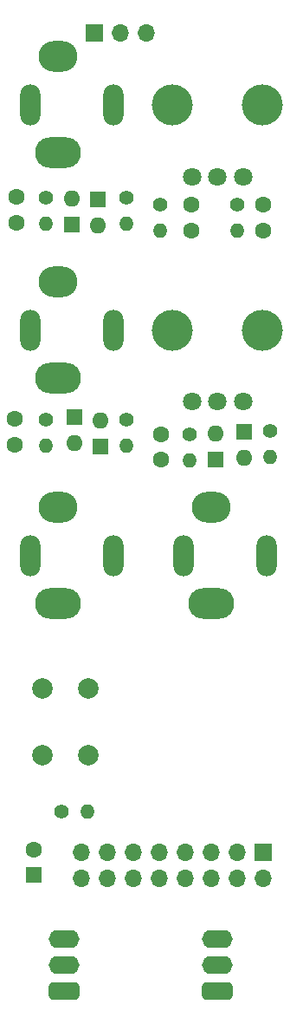
<source format=gts>
%TF.GenerationSoftware,KiCad,Pcbnew,(6.0.1)*%
%TF.CreationDate,2022-10-17T21:53:42-04:00*%
%TF.ProjectId,ER-VCO-03_CTL,45522d56-434f-42d3-9033-5f43544c2e6b,1*%
%TF.SameCoordinates,Original*%
%TF.FileFunction,Soldermask,Top*%
%TF.FilePolarity,Negative*%
%FSLAX46Y46*%
G04 Gerber Fmt 4.6, Leading zero omitted, Abs format (unit mm)*
G04 Created by KiCad (PCBNEW (6.0.1)) date 2022-10-17 21:53:42*
%MOMM*%
%LPD*%
G01*
G04 APERTURE LIST*
G04 Aperture macros list*
%AMRoundRect*
0 Rectangle with rounded corners*
0 $1 Rounding radius*
0 $2 $3 $4 $5 $6 $7 $8 $9 X,Y pos of 4 corners*
0 Add a 4 corners polygon primitive as box body*
4,1,4,$2,$3,$4,$5,$6,$7,$8,$9,$2,$3,0*
0 Add four circle primitives for the rounded corners*
1,1,$1+$1,$2,$3*
1,1,$1+$1,$4,$5*
1,1,$1+$1,$6,$7*
1,1,$1+$1,$8,$9*
0 Add four rect primitives between the rounded corners*
20,1,$1+$1,$2,$3,$4,$5,0*
20,1,$1+$1,$4,$5,$6,$7,0*
20,1,$1+$1,$6,$7,$8,$9,0*
20,1,$1+$1,$8,$9,$2,$3,0*%
G04 Aperture macros list end*
%ADD10C,1.400000*%
%ADD11O,1.400000X1.400000*%
%ADD12R,1.600000X1.600000*%
%ADD13O,1.600000X1.600000*%
%ADD14RoundRect,0.437500X-1.062500X-0.437500X1.062500X-0.437500X1.062500X0.437500X-1.062500X0.437500X0*%
%ADD15O,3.000000X1.750000*%
%ADD16C,1.600000*%
%ADD17R,1.700000X1.700000*%
%ADD18O,1.700000X1.700000*%
%ADD19C,4.000000*%
%ADD20C,1.800000*%
%ADD21C,2.000000*%
%ADD22O,4.500000X3.000000*%
%ADD23O,3.800000X3.000000*%
%ADD24O,2.000000X4.000000*%
G04 APERTURE END LIST*
D10*
%TO.C,R7*%
X26638315Y-40821685D03*
D11*
X26638315Y-43361685D03*
%TD*%
D12*
%TO.C,D5*%
X9772500Y-18210001D03*
D13*
X9772500Y-20750001D03*
%TD*%
D12*
%TO.C,D8*%
X7500000Y-39500000D03*
D13*
X7500000Y-42040000D03*
%TD*%
D14*
%TO.C,SW2*%
X6500000Y-95500000D03*
D15*
X6500000Y-92960000D03*
X6500000Y-90420000D03*
%TD*%
D12*
%TO.C,D6*%
X7232500Y-20675686D03*
D13*
X7232500Y-18135686D03*
%TD*%
D10*
%TO.C,R13*%
X12580000Y-39705685D03*
D11*
X12580000Y-42245685D03*
%TD*%
D10*
%TO.C,R12*%
X23415000Y-18780000D03*
D11*
X23415000Y-21320000D03*
%TD*%
D16*
%TO.C,C4*%
X15975315Y-43665685D03*
X15975315Y-41165685D03*
%TD*%
%TO.C,C5*%
X1877500Y-20500000D03*
X1877500Y-18000000D03*
%TD*%
D14*
%TO.C,SW4*%
X21500000Y-95500000D03*
D15*
X21500000Y-92960000D03*
X21500000Y-90420000D03*
%TD*%
D12*
%TO.C,D4*%
X21276315Y-43655685D03*
D13*
X21276315Y-41115685D03*
%TD*%
D10*
%TO.C,R8*%
X18736315Y-41165685D03*
D11*
X18736315Y-43705685D03*
%TD*%
D10*
%TO.C,R9*%
X12566500Y-18030000D03*
D11*
X12566500Y-20570000D03*
%TD*%
D16*
%TO.C,C7*%
X1710000Y-42175685D03*
X1710000Y-39675685D03*
%TD*%
D12*
%TO.C,D7*%
X10040000Y-42351371D03*
D13*
X10040000Y-39811371D03*
%TD*%
D10*
%TO.C,R1*%
X6280000Y-78000000D03*
D11*
X8820000Y-78000000D03*
%TD*%
D12*
%TO.C,D3*%
X24070315Y-40960000D03*
D13*
X24070315Y-43500000D03*
%TD*%
D17*
%TO.C,J5*%
X26000000Y-82000000D03*
D18*
X26000000Y-84540000D03*
X23460000Y-82000000D03*
X23460000Y-84540000D03*
X20920000Y-82000000D03*
X20920000Y-84540000D03*
X18380000Y-82000000D03*
X18380000Y-84540000D03*
X15840000Y-82000000D03*
X15840000Y-84540000D03*
X13300000Y-82000000D03*
X13300000Y-84540000D03*
X10760000Y-82000000D03*
X10760000Y-84540000D03*
X8220000Y-82000000D03*
X8220000Y-84540000D03*
%TD*%
D10*
%TO.C,R11*%
X15915000Y-18780000D03*
D11*
X15915000Y-21320000D03*
%TD*%
D10*
%TO.C,R14*%
X4705000Y-39705685D03*
D11*
X4705000Y-42245685D03*
%TD*%
D16*
%TO.C,C8*%
X26000000Y-21250000D03*
X26000000Y-18750000D03*
%TD*%
D12*
%TO.C,C1*%
X3500000Y-84205113D03*
D16*
X3500000Y-81705113D03*
%TD*%
D17*
%TO.C,J6*%
X9500000Y-2000000D03*
D18*
X12040000Y-2000000D03*
X14580000Y-2000000D03*
%TD*%
D10*
%TO.C,R10*%
X4692500Y-18030000D03*
D11*
X4692500Y-20570000D03*
%TD*%
D16*
%TO.C,C6*%
X18915000Y-21250000D03*
X18915000Y-18750000D03*
%TD*%
D19*
%TO.C,RV2*%
X17100000Y-9000000D03*
X25900000Y-9000000D03*
D20*
X19000000Y-16000000D03*
X21500000Y-16000000D03*
X24000000Y-16000000D03*
%TD*%
D21*
%TO.C,SW1*%
X4400000Y-66000000D03*
X4400000Y-72500000D03*
X8900000Y-66000000D03*
X8900000Y-72500000D03*
%TD*%
D22*
%TO.C,J4*%
X5900000Y-35700000D03*
D23*
X5900000Y-26300000D03*
D24*
X11300000Y-31000000D03*
X3200000Y-31000000D03*
%TD*%
D19*
%TO.C,RV1*%
X17100000Y-31000000D03*
X25900000Y-31000000D03*
D20*
X19000000Y-38000000D03*
X21500000Y-38000000D03*
X24000000Y-38000000D03*
%TD*%
D23*
%TO.C,J1*%
X20900000Y-48300000D03*
D22*
X20900000Y-57700000D03*
D24*
X26300000Y-53000000D03*
X18200000Y-53000000D03*
%TD*%
D23*
%TO.C,J3*%
X5900000Y-4300000D03*
D22*
X5900000Y-13700000D03*
D24*
X11300000Y-9000000D03*
X3200000Y-9000000D03*
%TD*%
D23*
%TO.C,J2*%
X5900000Y-48300000D03*
D22*
X5900000Y-57700000D03*
D24*
X11300000Y-53000000D03*
X3200000Y-53000000D03*
%TD*%
M02*

</source>
